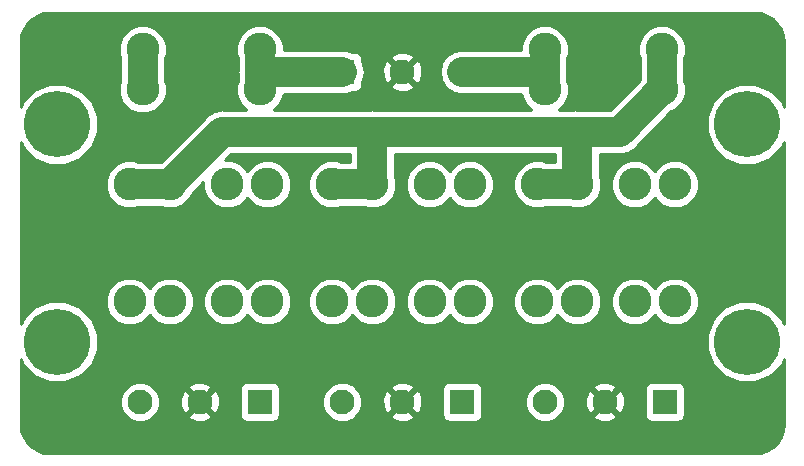
<source format=gbl>
G04 #@! TF.GenerationSoftware,KiCad,Pcbnew,5.0.2+dfsg1-1*
G04 #@! TF.CreationDate,2022-05-27T08:30:11+09:00*
G04 #@! TF.ProjectId,car-fuse-box,6361722d-6675-4736-952d-626f782e6b69,rev?*
G04 #@! TF.SameCoordinates,Original*
G04 #@! TF.FileFunction,Copper,L4,Bot*
G04 #@! TF.FilePolarity,Positive*
%FSLAX46Y46*%
G04 Gerber Fmt 4.6, Leading zero omitted, Abs format (unit mm)*
G04 Created by KiCad (PCBNEW 5.0.2+dfsg1-1) date Fri 27 May 2022 08:30:11 AM JST*
%MOMM*%
%LPD*%
G01*
G04 APERTURE LIST*
G04 #@! TA.AperFunction,ComponentPad*
%ADD10C,2.780000*%
G04 #@! TD*
G04 #@! TA.AperFunction,ComponentPad*
%ADD11R,2.100000X2.100000*%
G04 #@! TD*
G04 #@! TA.AperFunction,ComponentPad*
%ADD12C,2.100000*%
G04 #@! TD*
G04 #@! TA.AperFunction,ComponentPad*
%ADD13C,5.600000*%
G04 #@! TD*
G04 #@! TA.AperFunction,ViaPad*
%ADD14C,0.800000*%
G04 #@! TD*
G04 #@! TA.AperFunction,Conductor*
%ADD15C,2.500000*%
G04 #@! TD*
G04 #@! TA.AperFunction,Conductor*
%ADD16C,0.254000*%
G04 #@! TD*
G04 APERTURE END LIST*
D10*
G04 #@! TO.P,F1,1*
G04 #@! TO.N,ACC*
X140730000Y-56740000D03*
X140730000Y-53340000D03*
G04 #@! TO.P,F1,2*
G04 #@! TO.N,Net-(F1-Pad2)*
X130810000Y-56740000D03*
X130810000Y-53340000D03*
G04 #@! TD*
G04 #@! TO.P,F2,2*
G04 #@! TO.N,Net-(F2-Pad2)*
X106680000Y-56740000D03*
X106680000Y-53340000D03*
G04 #@! TO.P,F2,1*
G04 #@! TO.N,BATT*
X96760000Y-56740000D03*
X96760000Y-53340000D03*
G04 #@! TD*
G04 #@! TO.P,F3,1*
G04 #@! TO.N,ACC*
X99060000Y-64770000D03*
X95660000Y-64770000D03*
G04 #@! TO.P,F3,2*
G04 #@! TO.N,Net-(F3-Pad2)*
X99060000Y-74690000D03*
X95660000Y-74690000D03*
G04 #@! TD*
G04 #@! TO.P,F4,2*
G04 #@! TO.N,Net-(F4-Pad2)*
X103915000Y-74690000D03*
X107315000Y-74690000D03*
G04 #@! TO.P,F4,1*
G04 #@! TO.N,BATT*
X103915000Y-64770000D03*
X107315000Y-64770000D03*
G04 #@! TD*
G04 #@! TO.P,F5,1*
G04 #@! TO.N,ACC*
X116205000Y-64770000D03*
X112805000Y-64770000D03*
G04 #@! TO.P,F5,2*
G04 #@! TO.N,Net-(F5-Pad2)*
X116205000Y-74690000D03*
X112805000Y-74690000D03*
G04 #@! TD*
G04 #@! TO.P,F6,2*
G04 #@! TO.N,Net-(F6-Pad2)*
X121060000Y-74690000D03*
X124460000Y-74690000D03*
G04 #@! TO.P,F6,1*
G04 #@! TO.N,BATT*
X121060000Y-64770000D03*
X124460000Y-64770000D03*
G04 #@! TD*
G04 #@! TO.P,F7,1*
G04 #@! TO.N,ACC*
X133575000Y-64770000D03*
X130175000Y-64770000D03*
G04 #@! TO.P,F7,2*
G04 #@! TO.N,Net-(F7-Pad2)*
X133575000Y-74690000D03*
X130175000Y-74690000D03*
G04 #@! TD*
G04 #@! TO.P,F8,2*
G04 #@! TO.N,Net-(F8-Pad2)*
X138430000Y-74690000D03*
X141830000Y-74690000D03*
G04 #@! TO.P,F8,1*
G04 #@! TO.N,BATT*
X138430000Y-64770000D03*
X141830000Y-64770000D03*
G04 #@! TD*
D11*
G04 #@! TO.P,J1,1*
G04 #@! TO.N,Net-(F2-Pad2)*
X113665000Y-55245000D03*
D12*
G04 #@! TO.P,J1,2*
G04 #@! TO.N,GND*
X118745000Y-55245000D03*
G04 #@! TO.P,J1,3*
G04 #@! TO.N,Net-(F1-Pad2)*
X123825000Y-55245000D03*
G04 #@! TD*
G04 #@! TO.P,J2,3*
G04 #@! TO.N,Net-(F3-Pad2)*
X96520000Y-83185000D03*
G04 #@! TO.P,J2,2*
G04 #@! TO.N,GND*
X101600000Y-83185000D03*
D11*
G04 #@! TO.P,J2,1*
G04 #@! TO.N,Net-(F4-Pad2)*
X106680000Y-83185000D03*
G04 #@! TD*
G04 #@! TO.P,J3,1*
G04 #@! TO.N,Net-(F6-Pad2)*
X123825000Y-83185000D03*
D12*
G04 #@! TO.P,J3,2*
G04 #@! TO.N,GND*
X118745000Y-83185000D03*
G04 #@! TO.P,J3,3*
G04 #@! TO.N,Net-(F5-Pad2)*
X113665000Y-83185000D03*
G04 #@! TD*
G04 #@! TO.P,J4,3*
G04 #@! TO.N,Net-(F7-Pad2)*
X130810000Y-83185000D03*
G04 #@! TO.P,J4,2*
G04 #@! TO.N,GND*
X135890000Y-83185000D03*
D11*
G04 #@! TO.P,J4,1*
G04 #@! TO.N,Net-(F8-Pad2)*
X140970000Y-83185000D03*
G04 #@! TD*
D13*
G04 #@! TO.P,REF\002A\002A,1*
G04 #@! TO.N,N/C*
X147955000Y-59690000D03*
G04 #@! TD*
G04 #@! TO.P,REF\002A\002A,1*
G04 #@! TO.N,N/C*
X89535000Y-59690000D03*
G04 #@! TD*
G04 #@! TO.P,REF\002A\002A,1*
G04 #@! TO.N,N/C*
X147955000Y-78105000D03*
G04 #@! TD*
G04 #@! TO.P,REF\002A\002A,1*
G04 #@! TO.N,N/C*
X89535000Y-78105000D03*
G04 #@! TD*
D14*
G04 #@! TO.N,GND*
X118745000Y-52070000D03*
G04 #@! TD*
D15*
G04 #@! TO.N,Net-(F1-Pad2)*
X130810000Y-53340000D02*
X130810000Y-55245000D01*
X123825000Y-55245000D02*
X130810000Y-55245000D01*
X130810000Y-55245000D02*
X130810000Y-56740000D01*
G04 #@! TO.N,ACC*
X140730000Y-53340000D02*
X140730000Y-56740000D01*
X140730000Y-56740000D02*
X137145000Y-60325000D01*
X103505000Y-60325000D02*
X99060000Y-64770000D01*
X137145000Y-60325000D02*
X103505000Y-60325000D01*
X116205000Y-64770000D02*
X116205000Y-60325000D01*
X133575000Y-60550000D02*
X133350000Y-60325000D01*
X133575000Y-64770000D02*
X133575000Y-60550000D01*
X133575000Y-64770000D02*
X130175000Y-64770000D01*
X116205000Y-64770000D02*
X112805000Y-64770000D01*
X99060000Y-64770000D02*
X95660000Y-64770000D01*
G04 #@! TO.N,Net-(F2-Pad2)*
X113665000Y-55245000D02*
X106680000Y-55245000D01*
X106680000Y-53340000D02*
X106680000Y-55245000D01*
X106680000Y-55245000D02*
X106680000Y-56740000D01*
G04 #@! TO.N,BATT*
X96760000Y-53340000D02*
X96760000Y-56740000D01*
G04 #@! TD*
D16*
G04 #@! TO.N,GND*
G36*
X149135130Y-50305599D02*
X149653168Y-50485998D01*
X150118365Y-50776686D01*
X150507597Y-51163210D01*
X150801525Y-51626367D01*
X150985538Y-52143134D01*
X151055001Y-52725666D01*
X151055001Y-58197976D01*
X150867053Y-57744229D01*
X149900771Y-56777947D01*
X148638264Y-56255000D01*
X147271736Y-56255000D01*
X146009229Y-56777947D01*
X145042947Y-57744229D01*
X144520000Y-59006736D01*
X144520000Y-60373264D01*
X145042947Y-61635771D01*
X146009229Y-62602053D01*
X147271736Y-63125000D01*
X148638264Y-63125000D01*
X149900771Y-62602053D01*
X150867053Y-61635771D01*
X151055001Y-61182026D01*
X151055000Y-76612974D01*
X150867053Y-76159229D01*
X149900771Y-75192947D01*
X148638264Y-74670000D01*
X147271736Y-74670000D01*
X146009229Y-75192947D01*
X145042947Y-76159229D01*
X144520000Y-77421736D01*
X144520000Y-78788264D01*
X145042947Y-80050771D01*
X146009229Y-81017053D01*
X147271736Y-81540000D01*
X148638264Y-81540000D01*
X149900771Y-81017053D01*
X150867053Y-80050771D01*
X151055000Y-79597026D01*
X151055000Y-85050307D01*
X150989401Y-85635130D01*
X150809003Y-86153165D01*
X150518315Y-86618364D01*
X150131790Y-87007597D01*
X149668633Y-87301525D01*
X149151865Y-87485538D01*
X148569342Y-87555000D01*
X88939693Y-87555000D01*
X88354870Y-87489401D01*
X87836835Y-87309003D01*
X87371636Y-87018315D01*
X86982403Y-86631790D01*
X86688475Y-86168633D01*
X86504462Y-85651865D01*
X86435000Y-85069342D01*
X86435000Y-82849833D01*
X94835000Y-82849833D01*
X94835000Y-83520167D01*
X95091526Y-84139476D01*
X95565524Y-84613474D01*
X96184833Y-84870000D01*
X96855167Y-84870000D01*
X97474476Y-84613474D01*
X97714247Y-84373703D01*
X100590902Y-84373703D01*
X100695687Y-84645745D01*
X101323526Y-84880619D01*
X101993456Y-84857349D01*
X102504313Y-84645745D01*
X102609098Y-84373703D01*
X101600000Y-83364605D01*
X100590902Y-84373703D01*
X97714247Y-84373703D01*
X97948474Y-84139476D01*
X98205000Y-83520167D01*
X98205000Y-82908526D01*
X99904381Y-82908526D01*
X99927651Y-83578456D01*
X100139255Y-84089313D01*
X100411297Y-84194098D01*
X101420395Y-83185000D01*
X101779605Y-83185000D01*
X102788703Y-84194098D01*
X103060745Y-84089313D01*
X103295619Y-83461474D01*
X103272349Y-82791544D01*
X103060745Y-82280687D01*
X102788703Y-82175902D01*
X101779605Y-83185000D01*
X101420395Y-83185000D01*
X100411297Y-82175902D01*
X100139255Y-82280687D01*
X99904381Y-82908526D01*
X98205000Y-82908526D01*
X98205000Y-82849833D01*
X97948474Y-82230524D01*
X97714247Y-81996297D01*
X100590902Y-81996297D01*
X101600000Y-83005395D01*
X102470395Y-82135000D01*
X104982560Y-82135000D01*
X104982560Y-84235000D01*
X105031843Y-84482765D01*
X105172191Y-84692809D01*
X105382235Y-84833157D01*
X105630000Y-84882440D01*
X107730000Y-84882440D01*
X107977765Y-84833157D01*
X108187809Y-84692809D01*
X108328157Y-84482765D01*
X108377440Y-84235000D01*
X108377440Y-82849833D01*
X111980000Y-82849833D01*
X111980000Y-83520167D01*
X112236526Y-84139476D01*
X112710524Y-84613474D01*
X113329833Y-84870000D01*
X114000167Y-84870000D01*
X114619476Y-84613474D01*
X114859247Y-84373703D01*
X117735902Y-84373703D01*
X117840687Y-84645745D01*
X118468526Y-84880619D01*
X119138456Y-84857349D01*
X119649313Y-84645745D01*
X119754098Y-84373703D01*
X118745000Y-83364605D01*
X117735902Y-84373703D01*
X114859247Y-84373703D01*
X115093474Y-84139476D01*
X115350000Y-83520167D01*
X115350000Y-82908526D01*
X117049381Y-82908526D01*
X117072651Y-83578456D01*
X117284255Y-84089313D01*
X117556297Y-84194098D01*
X118565395Y-83185000D01*
X118924605Y-83185000D01*
X119933703Y-84194098D01*
X120205745Y-84089313D01*
X120440619Y-83461474D01*
X120417349Y-82791544D01*
X120205745Y-82280687D01*
X119933703Y-82175902D01*
X118924605Y-83185000D01*
X118565395Y-83185000D01*
X117556297Y-82175902D01*
X117284255Y-82280687D01*
X117049381Y-82908526D01*
X115350000Y-82908526D01*
X115350000Y-82849833D01*
X115093474Y-82230524D01*
X114859247Y-81996297D01*
X117735902Y-81996297D01*
X118745000Y-83005395D01*
X119615395Y-82135000D01*
X122127560Y-82135000D01*
X122127560Y-84235000D01*
X122176843Y-84482765D01*
X122317191Y-84692809D01*
X122527235Y-84833157D01*
X122775000Y-84882440D01*
X124875000Y-84882440D01*
X125122765Y-84833157D01*
X125332809Y-84692809D01*
X125473157Y-84482765D01*
X125522440Y-84235000D01*
X125522440Y-82849833D01*
X129125000Y-82849833D01*
X129125000Y-83520167D01*
X129381526Y-84139476D01*
X129855524Y-84613474D01*
X130474833Y-84870000D01*
X131145167Y-84870000D01*
X131764476Y-84613474D01*
X132004247Y-84373703D01*
X134880902Y-84373703D01*
X134985687Y-84645745D01*
X135613526Y-84880619D01*
X136283456Y-84857349D01*
X136794313Y-84645745D01*
X136899098Y-84373703D01*
X135890000Y-83364605D01*
X134880902Y-84373703D01*
X132004247Y-84373703D01*
X132238474Y-84139476D01*
X132495000Y-83520167D01*
X132495000Y-82908526D01*
X134194381Y-82908526D01*
X134217651Y-83578456D01*
X134429255Y-84089313D01*
X134701297Y-84194098D01*
X135710395Y-83185000D01*
X136069605Y-83185000D01*
X137078703Y-84194098D01*
X137350745Y-84089313D01*
X137585619Y-83461474D01*
X137562349Y-82791544D01*
X137350745Y-82280687D01*
X137078703Y-82175902D01*
X136069605Y-83185000D01*
X135710395Y-83185000D01*
X134701297Y-82175902D01*
X134429255Y-82280687D01*
X134194381Y-82908526D01*
X132495000Y-82908526D01*
X132495000Y-82849833D01*
X132238474Y-82230524D01*
X132004247Y-81996297D01*
X134880902Y-81996297D01*
X135890000Y-83005395D01*
X136760395Y-82135000D01*
X139272560Y-82135000D01*
X139272560Y-84235000D01*
X139321843Y-84482765D01*
X139462191Y-84692809D01*
X139672235Y-84833157D01*
X139920000Y-84882440D01*
X142020000Y-84882440D01*
X142267765Y-84833157D01*
X142477809Y-84692809D01*
X142618157Y-84482765D01*
X142667440Y-84235000D01*
X142667440Y-82135000D01*
X142618157Y-81887235D01*
X142477809Y-81677191D01*
X142267765Y-81536843D01*
X142020000Y-81487560D01*
X139920000Y-81487560D01*
X139672235Y-81536843D01*
X139462191Y-81677191D01*
X139321843Y-81887235D01*
X139272560Y-82135000D01*
X136760395Y-82135000D01*
X136899098Y-81996297D01*
X136794313Y-81724255D01*
X136166474Y-81489381D01*
X135496544Y-81512651D01*
X134985687Y-81724255D01*
X134880902Y-81996297D01*
X132004247Y-81996297D01*
X131764476Y-81756526D01*
X131145167Y-81500000D01*
X130474833Y-81500000D01*
X129855524Y-81756526D01*
X129381526Y-82230524D01*
X129125000Y-82849833D01*
X125522440Y-82849833D01*
X125522440Y-82135000D01*
X125473157Y-81887235D01*
X125332809Y-81677191D01*
X125122765Y-81536843D01*
X124875000Y-81487560D01*
X122775000Y-81487560D01*
X122527235Y-81536843D01*
X122317191Y-81677191D01*
X122176843Y-81887235D01*
X122127560Y-82135000D01*
X119615395Y-82135000D01*
X119754098Y-81996297D01*
X119649313Y-81724255D01*
X119021474Y-81489381D01*
X118351544Y-81512651D01*
X117840687Y-81724255D01*
X117735902Y-81996297D01*
X114859247Y-81996297D01*
X114619476Y-81756526D01*
X114000167Y-81500000D01*
X113329833Y-81500000D01*
X112710524Y-81756526D01*
X112236526Y-82230524D01*
X111980000Y-82849833D01*
X108377440Y-82849833D01*
X108377440Y-82135000D01*
X108328157Y-81887235D01*
X108187809Y-81677191D01*
X107977765Y-81536843D01*
X107730000Y-81487560D01*
X105630000Y-81487560D01*
X105382235Y-81536843D01*
X105172191Y-81677191D01*
X105031843Y-81887235D01*
X104982560Y-82135000D01*
X102470395Y-82135000D01*
X102609098Y-81996297D01*
X102504313Y-81724255D01*
X101876474Y-81489381D01*
X101206544Y-81512651D01*
X100695687Y-81724255D01*
X100590902Y-81996297D01*
X97714247Y-81996297D01*
X97474476Y-81756526D01*
X96855167Y-81500000D01*
X96184833Y-81500000D01*
X95565524Y-81756526D01*
X95091526Y-82230524D01*
X94835000Y-82849833D01*
X86435000Y-82849833D01*
X86435000Y-79597026D01*
X86622947Y-80050771D01*
X87589229Y-81017053D01*
X88851736Y-81540000D01*
X90218264Y-81540000D01*
X91480771Y-81017053D01*
X92447053Y-80050771D01*
X92970000Y-78788264D01*
X92970000Y-77421736D01*
X92447053Y-76159229D01*
X91480771Y-75192947D01*
X90218264Y-74670000D01*
X88851736Y-74670000D01*
X87589229Y-75192947D01*
X86622947Y-76159229D01*
X86435000Y-76612974D01*
X86435000Y-74287202D01*
X93635000Y-74287202D01*
X93635000Y-75092798D01*
X93943288Y-75837070D01*
X94512930Y-76406712D01*
X95257202Y-76715000D01*
X96062798Y-76715000D01*
X96807070Y-76406712D01*
X97360000Y-75853782D01*
X97912930Y-76406712D01*
X98657202Y-76715000D01*
X99462798Y-76715000D01*
X100207070Y-76406712D01*
X100776712Y-75837070D01*
X101085000Y-75092798D01*
X101085000Y-74287202D01*
X101890000Y-74287202D01*
X101890000Y-75092798D01*
X102198288Y-75837070D01*
X102767930Y-76406712D01*
X103512202Y-76715000D01*
X104317798Y-76715000D01*
X105062070Y-76406712D01*
X105615000Y-75853782D01*
X106167930Y-76406712D01*
X106912202Y-76715000D01*
X107717798Y-76715000D01*
X108462070Y-76406712D01*
X109031712Y-75837070D01*
X109340000Y-75092798D01*
X109340000Y-74287202D01*
X110780000Y-74287202D01*
X110780000Y-75092798D01*
X111088288Y-75837070D01*
X111657930Y-76406712D01*
X112402202Y-76715000D01*
X113207798Y-76715000D01*
X113952070Y-76406712D01*
X114505000Y-75853782D01*
X115057930Y-76406712D01*
X115802202Y-76715000D01*
X116607798Y-76715000D01*
X117352070Y-76406712D01*
X117921712Y-75837070D01*
X118230000Y-75092798D01*
X118230000Y-74287202D01*
X119035000Y-74287202D01*
X119035000Y-75092798D01*
X119343288Y-75837070D01*
X119912930Y-76406712D01*
X120657202Y-76715000D01*
X121462798Y-76715000D01*
X122207070Y-76406712D01*
X122760000Y-75853782D01*
X123312930Y-76406712D01*
X124057202Y-76715000D01*
X124862798Y-76715000D01*
X125607070Y-76406712D01*
X126176712Y-75837070D01*
X126485000Y-75092798D01*
X126485000Y-74287202D01*
X128150000Y-74287202D01*
X128150000Y-75092798D01*
X128458288Y-75837070D01*
X129027930Y-76406712D01*
X129772202Y-76715000D01*
X130577798Y-76715000D01*
X131322070Y-76406712D01*
X131875000Y-75853782D01*
X132427930Y-76406712D01*
X133172202Y-76715000D01*
X133977798Y-76715000D01*
X134722070Y-76406712D01*
X135291712Y-75837070D01*
X135600000Y-75092798D01*
X135600000Y-74287202D01*
X136405000Y-74287202D01*
X136405000Y-75092798D01*
X136713288Y-75837070D01*
X137282930Y-76406712D01*
X138027202Y-76715000D01*
X138832798Y-76715000D01*
X139577070Y-76406712D01*
X140130000Y-75853782D01*
X140682930Y-76406712D01*
X141427202Y-76715000D01*
X142232798Y-76715000D01*
X142977070Y-76406712D01*
X143546712Y-75837070D01*
X143855000Y-75092798D01*
X143855000Y-74287202D01*
X143546712Y-73542930D01*
X142977070Y-72973288D01*
X142232798Y-72665000D01*
X141427202Y-72665000D01*
X140682930Y-72973288D01*
X140130000Y-73526218D01*
X139577070Y-72973288D01*
X138832798Y-72665000D01*
X138027202Y-72665000D01*
X137282930Y-72973288D01*
X136713288Y-73542930D01*
X136405000Y-74287202D01*
X135600000Y-74287202D01*
X135291712Y-73542930D01*
X134722070Y-72973288D01*
X133977798Y-72665000D01*
X133172202Y-72665000D01*
X132427930Y-72973288D01*
X131875000Y-73526218D01*
X131322070Y-72973288D01*
X130577798Y-72665000D01*
X129772202Y-72665000D01*
X129027930Y-72973288D01*
X128458288Y-73542930D01*
X128150000Y-74287202D01*
X126485000Y-74287202D01*
X126176712Y-73542930D01*
X125607070Y-72973288D01*
X124862798Y-72665000D01*
X124057202Y-72665000D01*
X123312930Y-72973288D01*
X122760000Y-73526218D01*
X122207070Y-72973288D01*
X121462798Y-72665000D01*
X120657202Y-72665000D01*
X119912930Y-72973288D01*
X119343288Y-73542930D01*
X119035000Y-74287202D01*
X118230000Y-74287202D01*
X117921712Y-73542930D01*
X117352070Y-72973288D01*
X116607798Y-72665000D01*
X115802202Y-72665000D01*
X115057930Y-72973288D01*
X114505000Y-73526218D01*
X113952070Y-72973288D01*
X113207798Y-72665000D01*
X112402202Y-72665000D01*
X111657930Y-72973288D01*
X111088288Y-73542930D01*
X110780000Y-74287202D01*
X109340000Y-74287202D01*
X109031712Y-73542930D01*
X108462070Y-72973288D01*
X107717798Y-72665000D01*
X106912202Y-72665000D01*
X106167930Y-72973288D01*
X105615000Y-73526218D01*
X105062070Y-72973288D01*
X104317798Y-72665000D01*
X103512202Y-72665000D01*
X102767930Y-72973288D01*
X102198288Y-73542930D01*
X101890000Y-74287202D01*
X101085000Y-74287202D01*
X100776712Y-73542930D01*
X100207070Y-72973288D01*
X99462798Y-72665000D01*
X98657202Y-72665000D01*
X97912930Y-72973288D01*
X97360000Y-73526218D01*
X96807070Y-72973288D01*
X96062798Y-72665000D01*
X95257202Y-72665000D01*
X94512930Y-72973288D01*
X93943288Y-73542930D01*
X93635000Y-74287202D01*
X86435000Y-74287202D01*
X86435000Y-64367202D01*
X93635000Y-64367202D01*
X93635000Y-65172798D01*
X93943288Y-65917070D01*
X94512930Y-66486712D01*
X95257202Y-66795000D01*
X96062798Y-66795000D01*
X96400787Y-66655000D01*
X98319213Y-66655000D01*
X98657202Y-66795000D01*
X99462798Y-66795000D01*
X100207070Y-66486712D01*
X100776712Y-65917070D01*
X100916712Y-65579080D01*
X101890000Y-64605792D01*
X101890000Y-65172798D01*
X102198288Y-65917070D01*
X102767930Y-66486712D01*
X103512202Y-66795000D01*
X104317798Y-66795000D01*
X105062070Y-66486712D01*
X105615000Y-65933782D01*
X106167930Y-66486712D01*
X106912202Y-66795000D01*
X107717798Y-66795000D01*
X108462070Y-66486712D01*
X109031712Y-65917070D01*
X109340000Y-65172798D01*
X109340000Y-64367202D01*
X109031712Y-63622930D01*
X108462070Y-63053288D01*
X107717798Y-62745000D01*
X106912202Y-62745000D01*
X106167930Y-63053288D01*
X105615000Y-63606218D01*
X105062070Y-63053288D01*
X104317798Y-62745000D01*
X103750792Y-62745000D01*
X104285792Y-62210000D01*
X114320001Y-62210000D01*
X114320000Y-62885000D01*
X113545787Y-62885000D01*
X113207798Y-62745000D01*
X112402202Y-62745000D01*
X111657930Y-63053288D01*
X111088288Y-63622930D01*
X110780000Y-64367202D01*
X110780000Y-65172798D01*
X111088288Y-65917070D01*
X111657930Y-66486712D01*
X112402202Y-66795000D01*
X113207798Y-66795000D01*
X113545787Y-66655000D01*
X115464213Y-66655000D01*
X115802202Y-66795000D01*
X116607798Y-66795000D01*
X117352070Y-66486712D01*
X117921712Y-65917070D01*
X118230000Y-65172798D01*
X118230000Y-64367202D01*
X119035000Y-64367202D01*
X119035000Y-65172798D01*
X119343288Y-65917070D01*
X119912930Y-66486712D01*
X120657202Y-66795000D01*
X121462798Y-66795000D01*
X122207070Y-66486712D01*
X122760000Y-65933782D01*
X123312930Y-66486712D01*
X124057202Y-66795000D01*
X124862798Y-66795000D01*
X125607070Y-66486712D01*
X126176712Y-65917070D01*
X126485000Y-65172798D01*
X126485000Y-64367202D01*
X126176712Y-63622930D01*
X125607070Y-63053288D01*
X124862798Y-62745000D01*
X124057202Y-62745000D01*
X123312930Y-63053288D01*
X122760000Y-63606218D01*
X122207070Y-63053288D01*
X121462798Y-62745000D01*
X120657202Y-62745000D01*
X119912930Y-63053288D01*
X119343288Y-63622930D01*
X119035000Y-64367202D01*
X118230000Y-64367202D01*
X118090000Y-64029213D01*
X118090000Y-62210000D01*
X131690001Y-62210000D01*
X131690000Y-62885000D01*
X130915787Y-62885000D01*
X130577798Y-62745000D01*
X129772202Y-62745000D01*
X129027930Y-63053288D01*
X128458288Y-63622930D01*
X128150000Y-64367202D01*
X128150000Y-65172798D01*
X128458288Y-65917070D01*
X129027930Y-66486712D01*
X129772202Y-66795000D01*
X130577798Y-66795000D01*
X130915787Y-66655000D01*
X132834213Y-66655000D01*
X133172202Y-66795000D01*
X133977798Y-66795000D01*
X134722070Y-66486712D01*
X135291712Y-65917070D01*
X135600000Y-65172798D01*
X135600000Y-64367202D01*
X136405000Y-64367202D01*
X136405000Y-65172798D01*
X136713288Y-65917070D01*
X137282930Y-66486712D01*
X138027202Y-66795000D01*
X138832798Y-66795000D01*
X139577070Y-66486712D01*
X140130000Y-65933782D01*
X140682930Y-66486712D01*
X141427202Y-66795000D01*
X142232798Y-66795000D01*
X142977070Y-66486712D01*
X143546712Y-65917070D01*
X143855000Y-65172798D01*
X143855000Y-64367202D01*
X143546712Y-63622930D01*
X142977070Y-63053288D01*
X142232798Y-62745000D01*
X141427202Y-62745000D01*
X140682930Y-63053288D01*
X140130000Y-63606218D01*
X139577070Y-63053288D01*
X138832798Y-62745000D01*
X138027202Y-62745000D01*
X137282930Y-63053288D01*
X136713288Y-63622930D01*
X136405000Y-64367202D01*
X135600000Y-64367202D01*
X135460000Y-64029213D01*
X135460000Y-62210000D01*
X136959350Y-62210000D01*
X137145000Y-62246928D01*
X137330650Y-62210000D01*
X137330655Y-62210000D01*
X137880490Y-62100631D01*
X138504009Y-61684009D01*
X138609175Y-61526617D01*
X141539081Y-58596712D01*
X141877070Y-58456712D01*
X142446712Y-57887070D01*
X142755000Y-57142798D01*
X142755000Y-56337202D01*
X142615000Y-55999213D01*
X142615000Y-54080787D01*
X142755000Y-53742798D01*
X142755000Y-52937202D01*
X142446712Y-52192930D01*
X141877070Y-51623288D01*
X141132798Y-51315000D01*
X140327202Y-51315000D01*
X139582930Y-51623288D01*
X139013288Y-52192930D01*
X138705000Y-52937202D01*
X138705000Y-53742798D01*
X138845000Y-54080788D01*
X138845001Y-55959206D01*
X136364208Y-58440000D01*
X133535650Y-58440000D01*
X133350000Y-58403072D01*
X133164350Y-58440000D01*
X131973782Y-58440000D01*
X132526712Y-57887070D01*
X132835000Y-57142798D01*
X132835000Y-56337202D01*
X132695000Y-55999213D01*
X132695000Y-55430655D01*
X132731929Y-55245000D01*
X132695000Y-55059345D01*
X132695000Y-54080787D01*
X132835000Y-53742798D01*
X132835000Y-52937202D01*
X132526712Y-52192930D01*
X131957070Y-51623288D01*
X131212798Y-51315000D01*
X130407202Y-51315000D01*
X129662930Y-51623288D01*
X129093288Y-52192930D01*
X128785000Y-52937202D01*
X128785000Y-53360000D01*
X123639345Y-53360000D01*
X123089510Y-53469369D01*
X122465991Y-53885991D01*
X122049369Y-54509510D01*
X121903071Y-55245000D01*
X122049369Y-55980490D01*
X122465991Y-56604009D01*
X123089510Y-57020631D01*
X123639345Y-57130000D01*
X128785000Y-57130000D01*
X128785000Y-57142798D01*
X129093288Y-57887070D01*
X129646218Y-58440000D01*
X116390655Y-58440000D01*
X116205000Y-58403071D01*
X116019346Y-58440000D01*
X107843782Y-58440000D01*
X108396712Y-57887070D01*
X108705000Y-57142798D01*
X108705000Y-57130000D01*
X113850655Y-57130000D01*
X114400490Y-57020631D01*
X114517511Y-56942440D01*
X114715000Y-56942440D01*
X114962765Y-56893157D01*
X115172809Y-56752809D01*
X115313157Y-56542765D01*
X115334850Y-56433703D01*
X117735902Y-56433703D01*
X117840687Y-56705745D01*
X118468526Y-56940619D01*
X119138456Y-56917349D01*
X119649313Y-56705745D01*
X119754098Y-56433703D01*
X118745000Y-55424605D01*
X117735902Y-56433703D01*
X115334850Y-56433703D01*
X115362440Y-56295000D01*
X115362440Y-56097511D01*
X115440631Y-55980490D01*
X115586929Y-55245000D01*
X115531935Y-54968526D01*
X117049381Y-54968526D01*
X117072651Y-55638456D01*
X117284255Y-56149313D01*
X117556297Y-56254098D01*
X118565395Y-55245000D01*
X118924605Y-55245000D01*
X119933703Y-56254098D01*
X120205745Y-56149313D01*
X120440619Y-55521474D01*
X120417349Y-54851544D01*
X120205745Y-54340687D01*
X119933703Y-54235902D01*
X118924605Y-55245000D01*
X118565395Y-55245000D01*
X117556297Y-54235902D01*
X117284255Y-54340687D01*
X117049381Y-54968526D01*
X115531935Y-54968526D01*
X115440631Y-54509510D01*
X115362440Y-54392489D01*
X115362440Y-54195000D01*
X115334851Y-54056297D01*
X117735902Y-54056297D01*
X118745000Y-55065395D01*
X119754098Y-54056297D01*
X119649313Y-53784255D01*
X119021474Y-53549381D01*
X118351544Y-53572651D01*
X117840687Y-53784255D01*
X117735902Y-54056297D01*
X115334851Y-54056297D01*
X115313157Y-53947235D01*
X115172809Y-53737191D01*
X114962765Y-53596843D01*
X114715000Y-53547560D01*
X114517511Y-53547560D01*
X114400490Y-53469369D01*
X113850655Y-53360000D01*
X108705000Y-53360000D01*
X108705000Y-52937202D01*
X108396712Y-52192930D01*
X107827070Y-51623288D01*
X107082798Y-51315000D01*
X106277202Y-51315000D01*
X105532930Y-51623288D01*
X104963288Y-52192930D01*
X104655000Y-52937202D01*
X104655000Y-53742798D01*
X104795000Y-54080788D01*
X104795001Y-55059341D01*
X104758071Y-55245000D01*
X104795000Y-55430655D01*
X104795000Y-55999213D01*
X104655000Y-56337202D01*
X104655000Y-57142798D01*
X104963288Y-57887070D01*
X105516218Y-58440000D01*
X103690649Y-58440000D01*
X103504999Y-58403072D01*
X103319349Y-58440000D01*
X103319345Y-58440000D01*
X102769510Y-58549369D01*
X102145991Y-58965991D01*
X102040826Y-59123382D01*
X98279208Y-62885000D01*
X96400787Y-62885000D01*
X96062798Y-62745000D01*
X95257202Y-62745000D01*
X94512930Y-63053288D01*
X93943288Y-63622930D01*
X93635000Y-64367202D01*
X86435000Y-64367202D01*
X86435000Y-61182026D01*
X86622947Y-61635771D01*
X87589229Y-62602053D01*
X88851736Y-63125000D01*
X90218264Y-63125000D01*
X91480771Y-62602053D01*
X92447053Y-61635771D01*
X92970000Y-60373264D01*
X92970000Y-59006736D01*
X92447053Y-57744229D01*
X91480771Y-56777947D01*
X90218264Y-56255000D01*
X88851736Y-56255000D01*
X87589229Y-56777947D01*
X86622947Y-57744229D01*
X86435000Y-58197974D01*
X86435000Y-52937202D01*
X94735000Y-52937202D01*
X94735000Y-53742798D01*
X94875000Y-54080788D01*
X94875001Y-55999211D01*
X94735000Y-56337202D01*
X94735000Y-57142798D01*
X95043288Y-57887070D01*
X95612930Y-58456712D01*
X96357202Y-58765000D01*
X97162798Y-58765000D01*
X97907070Y-58456712D01*
X98476712Y-57887070D01*
X98785000Y-57142798D01*
X98785000Y-56337202D01*
X98645000Y-55999213D01*
X98645000Y-54080787D01*
X98785000Y-53742798D01*
X98785000Y-52937202D01*
X98476712Y-52192930D01*
X97907070Y-51623288D01*
X97162798Y-51315000D01*
X96357202Y-51315000D01*
X95612930Y-51623288D01*
X95043288Y-52192930D01*
X94735000Y-52937202D01*
X86435000Y-52937202D01*
X86435000Y-52744693D01*
X86500599Y-52159870D01*
X86680998Y-51641832D01*
X86971686Y-51176635D01*
X87358210Y-50787403D01*
X87821367Y-50493475D01*
X88338134Y-50309462D01*
X88920658Y-50240000D01*
X148550307Y-50240000D01*
X149135130Y-50305599D01*
X149135130Y-50305599D01*
G37*
X149135130Y-50305599D02*
X149653168Y-50485998D01*
X150118365Y-50776686D01*
X150507597Y-51163210D01*
X150801525Y-51626367D01*
X150985538Y-52143134D01*
X151055001Y-52725666D01*
X151055001Y-58197976D01*
X150867053Y-57744229D01*
X149900771Y-56777947D01*
X148638264Y-56255000D01*
X147271736Y-56255000D01*
X146009229Y-56777947D01*
X145042947Y-57744229D01*
X144520000Y-59006736D01*
X144520000Y-60373264D01*
X145042947Y-61635771D01*
X146009229Y-62602053D01*
X147271736Y-63125000D01*
X148638264Y-63125000D01*
X149900771Y-62602053D01*
X150867053Y-61635771D01*
X151055001Y-61182026D01*
X151055000Y-76612974D01*
X150867053Y-76159229D01*
X149900771Y-75192947D01*
X148638264Y-74670000D01*
X147271736Y-74670000D01*
X146009229Y-75192947D01*
X145042947Y-76159229D01*
X144520000Y-77421736D01*
X144520000Y-78788264D01*
X145042947Y-80050771D01*
X146009229Y-81017053D01*
X147271736Y-81540000D01*
X148638264Y-81540000D01*
X149900771Y-81017053D01*
X150867053Y-80050771D01*
X151055000Y-79597026D01*
X151055000Y-85050307D01*
X150989401Y-85635130D01*
X150809003Y-86153165D01*
X150518315Y-86618364D01*
X150131790Y-87007597D01*
X149668633Y-87301525D01*
X149151865Y-87485538D01*
X148569342Y-87555000D01*
X88939693Y-87555000D01*
X88354870Y-87489401D01*
X87836835Y-87309003D01*
X87371636Y-87018315D01*
X86982403Y-86631790D01*
X86688475Y-86168633D01*
X86504462Y-85651865D01*
X86435000Y-85069342D01*
X86435000Y-82849833D01*
X94835000Y-82849833D01*
X94835000Y-83520167D01*
X95091526Y-84139476D01*
X95565524Y-84613474D01*
X96184833Y-84870000D01*
X96855167Y-84870000D01*
X97474476Y-84613474D01*
X97714247Y-84373703D01*
X100590902Y-84373703D01*
X100695687Y-84645745D01*
X101323526Y-84880619D01*
X101993456Y-84857349D01*
X102504313Y-84645745D01*
X102609098Y-84373703D01*
X101600000Y-83364605D01*
X100590902Y-84373703D01*
X97714247Y-84373703D01*
X97948474Y-84139476D01*
X98205000Y-83520167D01*
X98205000Y-82908526D01*
X99904381Y-82908526D01*
X99927651Y-83578456D01*
X100139255Y-84089313D01*
X100411297Y-84194098D01*
X101420395Y-83185000D01*
X101779605Y-83185000D01*
X102788703Y-84194098D01*
X103060745Y-84089313D01*
X103295619Y-83461474D01*
X103272349Y-82791544D01*
X103060745Y-82280687D01*
X102788703Y-82175902D01*
X101779605Y-83185000D01*
X101420395Y-83185000D01*
X100411297Y-82175902D01*
X100139255Y-82280687D01*
X99904381Y-82908526D01*
X98205000Y-82908526D01*
X98205000Y-82849833D01*
X97948474Y-82230524D01*
X97714247Y-81996297D01*
X100590902Y-81996297D01*
X101600000Y-83005395D01*
X102470395Y-82135000D01*
X104982560Y-82135000D01*
X104982560Y-84235000D01*
X105031843Y-84482765D01*
X105172191Y-84692809D01*
X105382235Y-84833157D01*
X105630000Y-84882440D01*
X107730000Y-84882440D01*
X107977765Y-84833157D01*
X108187809Y-84692809D01*
X108328157Y-84482765D01*
X108377440Y-84235000D01*
X108377440Y-82849833D01*
X111980000Y-82849833D01*
X111980000Y-83520167D01*
X112236526Y-84139476D01*
X112710524Y-84613474D01*
X113329833Y-84870000D01*
X114000167Y-84870000D01*
X114619476Y-84613474D01*
X114859247Y-84373703D01*
X117735902Y-84373703D01*
X117840687Y-84645745D01*
X118468526Y-84880619D01*
X119138456Y-84857349D01*
X119649313Y-84645745D01*
X119754098Y-84373703D01*
X118745000Y-83364605D01*
X117735902Y-84373703D01*
X114859247Y-84373703D01*
X115093474Y-84139476D01*
X115350000Y-83520167D01*
X115350000Y-82908526D01*
X117049381Y-82908526D01*
X117072651Y-83578456D01*
X117284255Y-84089313D01*
X117556297Y-84194098D01*
X118565395Y-83185000D01*
X118924605Y-83185000D01*
X119933703Y-84194098D01*
X120205745Y-84089313D01*
X120440619Y-83461474D01*
X120417349Y-82791544D01*
X120205745Y-82280687D01*
X119933703Y-82175902D01*
X118924605Y-83185000D01*
X118565395Y-83185000D01*
X117556297Y-82175902D01*
X117284255Y-82280687D01*
X117049381Y-82908526D01*
X115350000Y-82908526D01*
X115350000Y-82849833D01*
X115093474Y-82230524D01*
X114859247Y-81996297D01*
X117735902Y-81996297D01*
X118745000Y-83005395D01*
X119615395Y-82135000D01*
X122127560Y-82135000D01*
X122127560Y-84235000D01*
X122176843Y-84482765D01*
X122317191Y-84692809D01*
X122527235Y-84833157D01*
X122775000Y-84882440D01*
X124875000Y-84882440D01*
X125122765Y-84833157D01*
X125332809Y-84692809D01*
X125473157Y-84482765D01*
X125522440Y-84235000D01*
X125522440Y-82849833D01*
X129125000Y-82849833D01*
X129125000Y-83520167D01*
X129381526Y-84139476D01*
X129855524Y-84613474D01*
X130474833Y-84870000D01*
X131145167Y-84870000D01*
X131764476Y-84613474D01*
X132004247Y-84373703D01*
X134880902Y-84373703D01*
X134985687Y-84645745D01*
X135613526Y-84880619D01*
X136283456Y-84857349D01*
X136794313Y-84645745D01*
X136899098Y-84373703D01*
X135890000Y-83364605D01*
X134880902Y-84373703D01*
X132004247Y-84373703D01*
X132238474Y-84139476D01*
X132495000Y-83520167D01*
X132495000Y-82908526D01*
X134194381Y-82908526D01*
X134217651Y-83578456D01*
X134429255Y-84089313D01*
X134701297Y-84194098D01*
X135710395Y-83185000D01*
X136069605Y-83185000D01*
X137078703Y-84194098D01*
X137350745Y-84089313D01*
X137585619Y-83461474D01*
X137562349Y-82791544D01*
X137350745Y-82280687D01*
X137078703Y-82175902D01*
X136069605Y-83185000D01*
X135710395Y-83185000D01*
X134701297Y-82175902D01*
X134429255Y-82280687D01*
X134194381Y-82908526D01*
X132495000Y-82908526D01*
X132495000Y-82849833D01*
X132238474Y-82230524D01*
X132004247Y-81996297D01*
X134880902Y-81996297D01*
X135890000Y-83005395D01*
X136760395Y-82135000D01*
X139272560Y-82135000D01*
X139272560Y-84235000D01*
X139321843Y-84482765D01*
X139462191Y-84692809D01*
X139672235Y-84833157D01*
X139920000Y-84882440D01*
X142020000Y-84882440D01*
X142267765Y-84833157D01*
X142477809Y-84692809D01*
X142618157Y-84482765D01*
X142667440Y-84235000D01*
X142667440Y-82135000D01*
X142618157Y-81887235D01*
X142477809Y-81677191D01*
X142267765Y-81536843D01*
X142020000Y-81487560D01*
X139920000Y-81487560D01*
X139672235Y-81536843D01*
X139462191Y-81677191D01*
X139321843Y-81887235D01*
X139272560Y-82135000D01*
X136760395Y-82135000D01*
X136899098Y-81996297D01*
X136794313Y-81724255D01*
X136166474Y-81489381D01*
X135496544Y-81512651D01*
X134985687Y-81724255D01*
X134880902Y-81996297D01*
X132004247Y-81996297D01*
X131764476Y-81756526D01*
X131145167Y-81500000D01*
X130474833Y-81500000D01*
X129855524Y-81756526D01*
X129381526Y-82230524D01*
X129125000Y-82849833D01*
X125522440Y-82849833D01*
X125522440Y-82135000D01*
X125473157Y-81887235D01*
X125332809Y-81677191D01*
X125122765Y-81536843D01*
X124875000Y-81487560D01*
X122775000Y-81487560D01*
X122527235Y-81536843D01*
X122317191Y-81677191D01*
X122176843Y-81887235D01*
X122127560Y-82135000D01*
X119615395Y-82135000D01*
X119754098Y-81996297D01*
X119649313Y-81724255D01*
X119021474Y-81489381D01*
X118351544Y-81512651D01*
X117840687Y-81724255D01*
X117735902Y-81996297D01*
X114859247Y-81996297D01*
X114619476Y-81756526D01*
X114000167Y-81500000D01*
X113329833Y-81500000D01*
X112710524Y-81756526D01*
X112236526Y-82230524D01*
X111980000Y-82849833D01*
X108377440Y-82849833D01*
X108377440Y-82135000D01*
X108328157Y-81887235D01*
X108187809Y-81677191D01*
X107977765Y-81536843D01*
X107730000Y-81487560D01*
X105630000Y-81487560D01*
X105382235Y-81536843D01*
X105172191Y-81677191D01*
X105031843Y-81887235D01*
X104982560Y-82135000D01*
X102470395Y-82135000D01*
X102609098Y-81996297D01*
X102504313Y-81724255D01*
X101876474Y-81489381D01*
X101206544Y-81512651D01*
X100695687Y-81724255D01*
X100590902Y-81996297D01*
X97714247Y-81996297D01*
X97474476Y-81756526D01*
X96855167Y-81500000D01*
X96184833Y-81500000D01*
X95565524Y-81756526D01*
X95091526Y-82230524D01*
X94835000Y-82849833D01*
X86435000Y-82849833D01*
X86435000Y-79597026D01*
X86622947Y-80050771D01*
X87589229Y-81017053D01*
X88851736Y-81540000D01*
X90218264Y-81540000D01*
X91480771Y-81017053D01*
X92447053Y-80050771D01*
X92970000Y-78788264D01*
X92970000Y-77421736D01*
X92447053Y-76159229D01*
X91480771Y-75192947D01*
X90218264Y-74670000D01*
X88851736Y-74670000D01*
X87589229Y-75192947D01*
X86622947Y-76159229D01*
X86435000Y-76612974D01*
X86435000Y-74287202D01*
X93635000Y-74287202D01*
X93635000Y-75092798D01*
X93943288Y-75837070D01*
X94512930Y-76406712D01*
X95257202Y-76715000D01*
X96062798Y-76715000D01*
X96807070Y-76406712D01*
X97360000Y-75853782D01*
X97912930Y-76406712D01*
X98657202Y-76715000D01*
X99462798Y-76715000D01*
X100207070Y-76406712D01*
X100776712Y-75837070D01*
X101085000Y-75092798D01*
X101085000Y-74287202D01*
X101890000Y-74287202D01*
X101890000Y-75092798D01*
X102198288Y-75837070D01*
X102767930Y-76406712D01*
X103512202Y-76715000D01*
X104317798Y-76715000D01*
X105062070Y-76406712D01*
X105615000Y-75853782D01*
X106167930Y-76406712D01*
X106912202Y-76715000D01*
X107717798Y-76715000D01*
X108462070Y-76406712D01*
X109031712Y-75837070D01*
X109340000Y-75092798D01*
X109340000Y-74287202D01*
X110780000Y-74287202D01*
X110780000Y-75092798D01*
X111088288Y-75837070D01*
X111657930Y-76406712D01*
X112402202Y-76715000D01*
X113207798Y-76715000D01*
X113952070Y-76406712D01*
X114505000Y-75853782D01*
X115057930Y-76406712D01*
X115802202Y-76715000D01*
X116607798Y-76715000D01*
X117352070Y-76406712D01*
X117921712Y-75837070D01*
X118230000Y-75092798D01*
X118230000Y-74287202D01*
X119035000Y-74287202D01*
X119035000Y-75092798D01*
X119343288Y-75837070D01*
X119912930Y-76406712D01*
X120657202Y-76715000D01*
X121462798Y-76715000D01*
X122207070Y-76406712D01*
X122760000Y-75853782D01*
X123312930Y-76406712D01*
X124057202Y-76715000D01*
X124862798Y-76715000D01*
X125607070Y-76406712D01*
X126176712Y-75837070D01*
X126485000Y-75092798D01*
X126485000Y-74287202D01*
X128150000Y-74287202D01*
X128150000Y-75092798D01*
X128458288Y-75837070D01*
X129027930Y-76406712D01*
X129772202Y-76715000D01*
X130577798Y-76715000D01*
X131322070Y-76406712D01*
X131875000Y-75853782D01*
X132427930Y-76406712D01*
X133172202Y-76715000D01*
X133977798Y-76715000D01*
X134722070Y-76406712D01*
X135291712Y-75837070D01*
X135600000Y-75092798D01*
X135600000Y-74287202D01*
X136405000Y-74287202D01*
X136405000Y-75092798D01*
X136713288Y-75837070D01*
X137282930Y-76406712D01*
X138027202Y-76715000D01*
X138832798Y-76715000D01*
X139577070Y-76406712D01*
X140130000Y-75853782D01*
X140682930Y-76406712D01*
X141427202Y-76715000D01*
X142232798Y-76715000D01*
X142977070Y-76406712D01*
X143546712Y-75837070D01*
X143855000Y-75092798D01*
X143855000Y-74287202D01*
X143546712Y-73542930D01*
X142977070Y-72973288D01*
X142232798Y-72665000D01*
X141427202Y-72665000D01*
X140682930Y-72973288D01*
X140130000Y-73526218D01*
X139577070Y-72973288D01*
X138832798Y-72665000D01*
X138027202Y-72665000D01*
X137282930Y-72973288D01*
X136713288Y-73542930D01*
X136405000Y-74287202D01*
X135600000Y-74287202D01*
X135291712Y-73542930D01*
X134722070Y-72973288D01*
X133977798Y-72665000D01*
X133172202Y-72665000D01*
X132427930Y-72973288D01*
X131875000Y-73526218D01*
X131322070Y-72973288D01*
X130577798Y-72665000D01*
X129772202Y-72665000D01*
X129027930Y-72973288D01*
X128458288Y-73542930D01*
X128150000Y-74287202D01*
X126485000Y-74287202D01*
X126176712Y-73542930D01*
X125607070Y-72973288D01*
X124862798Y-72665000D01*
X124057202Y-72665000D01*
X123312930Y-72973288D01*
X122760000Y-73526218D01*
X122207070Y-72973288D01*
X121462798Y-72665000D01*
X120657202Y-72665000D01*
X119912930Y-72973288D01*
X119343288Y-73542930D01*
X119035000Y-74287202D01*
X118230000Y-74287202D01*
X117921712Y-73542930D01*
X117352070Y-72973288D01*
X116607798Y-72665000D01*
X115802202Y-72665000D01*
X115057930Y-72973288D01*
X114505000Y-73526218D01*
X113952070Y-72973288D01*
X113207798Y-72665000D01*
X112402202Y-72665000D01*
X111657930Y-72973288D01*
X111088288Y-73542930D01*
X110780000Y-74287202D01*
X109340000Y-74287202D01*
X109031712Y-73542930D01*
X108462070Y-72973288D01*
X107717798Y-72665000D01*
X106912202Y-72665000D01*
X106167930Y-72973288D01*
X105615000Y-73526218D01*
X105062070Y-72973288D01*
X104317798Y-72665000D01*
X103512202Y-72665000D01*
X102767930Y-72973288D01*
X102198288Y-73542930D01*
X101890000Y-74287202D01*
X101085000Y-74287202D01*
X100776712Y-73542930D01*
X100207070Y-72973288D01*
X99462798Y-72665000D01*
X98657202Y-72665000D01*
X97912930Y-72973288D01*
X97360000Y-73526218D01*
X96807070Y-72973288D01*
X96062798Y-72665000D01*
X95257202Y-72665000D01*
X94512930Y-72973288D01*
X93943288Y-73542930D01*
X93635000Y-74287202D01*
X86435000Y-74287202D01*
X86435000Y-64367202D01*
X93635000Y-64367202D01*
X93635000Y-65172798D01*
X93943288Y-65917070D01*
X94512930Y-66486712D01*
X95257202Y-66795000D01*
X96062798Y-66795000D01*
X96400787Y-66655000D01*
X98319213Y-66655000D01*
X98657202Y-66795000D01*
X99462798Y-66795000D01*
X100207070Y-66486712D01*
X100776712Y-65917070D01*
X100916712Y-65579080D01*
X101890000Y-64605792D01*
X101890000Y-65172798D01*
X102198288Y-65917070D01*
X102767930Y-66486712D01*
X103512202Y-66795000D01*
X104317798Y-66795000D01*
X105062070Y-66486712D01*
X105615000Y-65933782D01*
X106167930Y-66486712D01*
X106912202Y-66795000D01*
X107717798Y-66795000D01*
X108462070Y-66486712D01*
X109031712Y-65917070D01*
X109340000Y-65172798D01*
X109340000Y-64367202D01*
X109031712Y-63622930D01*
X108462070Y-63053288D01*
X107717798Y-62745000D01*
X106912202Y-62745000D01*
X106167930Y-63053288D01*
X105615000Y-63606218D01*
X105062070Y-63053288D01*
X104317798Y-62745000D01*
X103750792Y-62745000D01*
X104285792Y-62210000D01*
X114320001Y-62210000D01*
X114320000Y-62885000D01*
X113545787Y-62885000D01*
X113207798Y-62745000D01*
X112402202Y-62745000D01*
X111657930Y-63053288D01*
X111088288Y-63622930D01*
X110780000Y-64367202D01*
X110780000Y-65172798D01*
X111088288Y-65917070D01*
X111657930Y-66486712D01*
X112402202Y-66795000D01*
X113207798Y-66795000D01*
X113545787Y-66655000D01*
X115464213Y-66655000D01*
X115802202Y-66795000D01*
X116607798Y-66795000D01*
X117352070Y-66486712D01*
X117921712Y-65917070D01*
X118230000Y-65172798D01*
X118230000Y-64367202D01*
X119035000Y-64367202D01*
X119035000Y-65172798D01*
X119343288Y-65917070D01*
X119912930Y-66486712D01*
X120657202Y-66795000D01*
X121462798Y-66795000D01*
X122207070Y-66486712D01*
X122760000Y-65933782D01*
X123312930Y-66486712D01*
X124057202Y-66795000D01*
X124862798Y-66795000D01*
X125607070Y-66486712D01*
X126176712Y-65917070D01*
X126485000Y-65172798D01*
X126485000Y-64367202D01*
X126176712Y-63622930D01*
X125607070Y-63053288D01*
X124862798Y-62745000D01*
X124057202Y-62745000D01*
X123312930Y-63053288D01*
X122760000Y-63606218D01*
X122207070Y-63053288D01*
X121462798Y-62745000D01*
X120657202Y-62745000D01*
X119912930Y-63053288D01*
X119343288Y-63622930D01*
X119035000Y-64367202D01*
X118230000Y-64367202D01*
X118090000Y-64029213D01*
X118090000Y-62210000D01*
X131690001Y-62210000D01*
X131690000Y-62885000D01*
X130915787Y-62885000D01*
X130577798Y-62745000D01*
X129772202Y-62745000D01*
X129027930Y-63053288D01*
X128458288Y-63622930D01*
X128150000Y-64367202D01*
X128150000Y-65172798D01*
X128458288Y-65917070D01*
X129027930Y-66486712D01*
X129772202Y-66795000D01*
X130577798Y-66795000D01*
X130915787Y-66655000D01*
X132834213Y-66655000D01*
X133172202Y-66795000D01*
X133977798Y-66795000D01*
X134722070Y-66486712D01*
X135291712Y-65917070D01*
X135600000Y-65172798D01*
X135600000Y-64367202D01*
X136405000Y-64367202D01*
X136405000Y-65172798D01*
X136713288Y-65917070D01*
X137282930Y-66486712D01*
X138027202Y-66795000D01*
X138832798Y-66795000D01*
X139577070Y-66486712D01*
X140130000Y-65933782D01*
X140682930Y-66486712D01*
X141427202Y-66795000D01*
X142232798Y-66795000D01*
X142977070Y-66486712D01*
X143546712Y-65917070D01*
X143855000Y-65172798D01*
X143855000Y-64367202D01*
X143546712Y-63622930D01*
X142977070Y-63053288D01*
X142232798Y-62745000D01*
X141427202Y-62745000D01*
X140682930Y-63053288D01*
X140130000Y-63606218D01*
X139577070Y-63053288D01*
X138832798Y-62745000D01*
X138027202Y-62745000D01*
X137282930Y-63053288D01*
X136713288Y-63622930D01*
X136405000Y-64367202D01*
X135600000Y-64367202D01*
X135460000Y-64029213D01*
X135460000Y-62210000D01*
X136959350Y-62210000D01*
X137145000Y-62246928D01*
X137330650Y-62210000D01*
X137330655Y-62210000D01*
X137880490Y-62100631D01*
X138504009Y-61684009D01*
X138609175Y-61526617D01*
X141539081Y-58596712D01*
X141877070Y-58456712D01*
X142446712Y-57887070D01*
X142755000Y-57142798D01*
X142755000Y-56337202D01*
X142615000Y-55999213D01*
X142615000Y-54080787D01*
X142755000Y-53742798D01*
X142755000Y-52937202D01*
X142446712Y-52192930D01*
X141877070Y-51623288D01*
X141132798Y-51315000D01*
X140327202Y-51315000D01*
X139582930Y-51623288D01*
X139013288Y-52192930D01*
X138705000Y-52937202D01*
X138705000Y-53742798D01*
X138845000Y-54080788D01*
X138845001Y-55959206D01*
X136364208Y-58440000D01*
X133535650Y-58440000D01*
X133350000Y-58403072D01*
X133164350Y-58440000D01*
X131973782Y-58440000D01*
X132526712Y-57887070D01*
X132835000Y-57142798D01*
X132835000Y-56337202D01*
X132695000Y-55999213D01*
X132695000Y-55430655D01*
X132731929Y-55245000D01*
X132695000Y-55059345D01*
X132695000Y-54080787D01*
X132835000Y-53742798D01*
X132835000Y-52937202D01*
X132526712Y-52192930D01*
X131957070Y-51623288D01*
X131212798Y-51315000D01*
X130407202Y-51315000D01*
X129662930Y-51623288D01*
X129093288Y-52192930D01*
X128785000Y-52937202D01*
X128785000Y-53360000D01*
X123639345Y-53360000D01*
X123089510Y-53469369D01*
X122465991Y-53885991D01*
X122049369Y-54509510D01*
X121903071Y-55245000D01*
X122049369Y-55980490D01*
X122465991Y-56604009D01*
X123089510Y-57020631D01*
X123639345Y-57130000D01*
X128785000Y-57130000D01*
X128785000Y-57142798D01*
X129093288Y-57887070D01*
X129646218Y-58440000D01*
X116390655Y-58440000D01*
X116205000Y-58403071D01*
X116019346Y-58440000D01*
X107843782Y-58440000D01*
X108396712Y-57887070D01*
X108705000Y-57142798D01*
X108705000Y-57130000D01*
X113850655Y-57130000D01*
X114400490Y-57020631D01*
X114517511Y-56942440D01*
X114715000Y-56942440D01*
X114962765Y-56893157D01*
X115172809Y-56752809D01*
X115313157Y-56542765D01*
X115334850Y-56433703D01*
X117735902Y-56433703D01*
X117840687Y-56705745D01*
X118468526Y-56940619D01*
X119138456Y-56917349D01*
X119649313Y-56705745D01*
X119754098Y-56433703D01*
X118745000Y-55424605D01*
X117735902Y-56433703D01*
X115334850Y-56433703D01*
X115362440Y-56295000D01*
X115362440Y-56097511D01*
X115440631Y-55980490D01*
X115586929Y-55245000D01*
X115531935Y-54968526D01*
X117049381Y-54968526D01*
X117072651Y-55638456D01*
X117284255Y-56149313D01*
X117556297Y-56254098D01*
X118565395Y-55245000D01*
X118924605Y-55245000D01*
X119933703Y-56254098D01*
X120205745Y-56149313D01*
X120440619Y-55521474D01*
X120417349Y-54851544D01*
X120205745Y-54340687D01*
X119933703Y-54235902D01*
X118924605Y-55245000D01*
X118565395Y-55245000D01*
X117556297Y-54235902D01*
X117284255Y-54340687D01*
X117049381Y-54968526D01*
X115531935Y-54968526D01*
X115440631Y-54509510D01*
X115362440Y-54392489D01*
X115362440Y-54195000D01*
X115334851Y-54056297D01*
X117735902Y-54056297D01*
X118745000Y-55065395D01*
X119754098Y-54056297D01*
X119649313Y-53784255D01*
X119021474Y-53549381D01*
X118351544Y-53572651D01*
X117840687Y-53784255D01*
X117735902Y-54056297D01*
X115334851Y-54056297D01*
X115313157Y-53947235D01*
X115172809Y-53737191D01*
X114962765Y-53596843D01*
X114715000Y-53547560D01*
X114517511Y-53547560D01*
X114400490Y-53469369D01*
X113850655Y-53360000D01*
X108705000Y-53360000D01*
X108705000Y-52937202D01*
X108396712Y-52192930D01*
X107827070Y-51623288D01*
X107082798Y-51315000D01*
X106277202Y-51315000D01*
X105532930Y-51623288D01*
X104963288Y-52192930D01*
X104655000Y-52937202D01*
X104655000Y-53742798D01*
X104795000Y-54080788D01*
X104795001Y-55059341D01*
X104758071Y-55245000D01*
X104795000Y-55430655D01*
X104795000Y-55999213D01*
X104655000Y-56337202D01*
X104655000Y-57142798D01*
X104963288Y-57887070D01*
X105516218Y-58440000D01*
X103690649Y-58440000D01*
X103504999Y-58403072D01*
X103319349Y-58440000D01*
X103319345Y-58440000D01*
X102769510Y-58549369D01*
X102145991Y-58965991D01*
X102040826Y-59123382D01*
X98279208Y-62885000D01*
X96400787Y-62885000D01*
X96062798Y-62745000D01*
X95257202Y-62745000D01*
X94512930Y-63053288D01*
X93943288Y-63622930D01*
X93635000Y-64367202D01*
X86435000Y-64367202D01*
X86435000Y-61182026D01*
X86622947Y-61635771D01*
X87589229Y-62602053D01*
X88851736Y-63125000D01*
X90218264Y-63125000D01*
X91480771Y-62602053D01*
X92447053Y-61635771D01*
X92970000Y-60373264D01*
X92970000Y-59006736D01*
X92447053Y-57744229D01*
X91480771Y-56777947D01*
X90218264Y-56255000D01*
X88851736Y-56255000D01*
X87589229Y-56777947D01*
X86622947Y-57744229D01*
X86435000Y-58197974D01*
X86435000Y-52937202D01*
X94735000Y-52937202D01*
X94735000Y-53742798D01*
X94875000Y-54080788D01*
X94875001Y-55999211D01*
X94735000Y-56337202D01*
X94735000Y-57142798D01*
X95043288Y-57887070D01*
X95612930Y-58456712D01*
X96357202Y-58765000D01*
X97162798Y-58765000D01*
X97907070Y-58456712D01*
X98476712Y-57887070D01*
X98785000Y-57142798D01*
X98785000Y-56337202D01*
X98645000Y-55999213D01*
X98645000Y-54080787D01*
X98785000Y-53742798D01*
X98785000Y-52937202D01*
X98476712Y-52192930D01*
X97907070Y-51623288D01*
X97162798Y-51315000D01*
X96357202Y-51315000D01*
X95612930Y-51623288D01*
X95043288Y-52192930D01*
X94735000Y-52937202D01*
X86435000Y-52937202D01*
X86435000Y-52744693D01*
X86500599Y-52159870D01*
X86680998Y-51641832D01*
X86971686Y-51176635D01*
X87358210Y-50787403D01*
X87821367Y-50493475D01*
X88338134Y-50309462D01*
X88920658Y-50240000D01*
X148550307Y-50240000D01*
X149135130Y-50305599D01*
G04 #@! TD*
M02*

</source>
